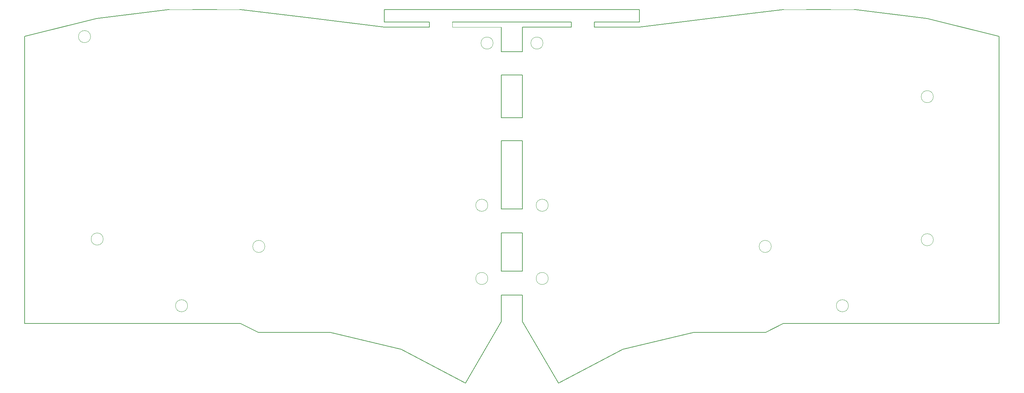
<source format=gbr>
%TF.GenerationSoftware,KiCad,Pcbnew,7.0.10*%
%TF.CreationDate,2024-09-26T01:16:30+09:00*%
%TF.ProjectId,keyboard_denchi,6b657962-6f61-4726-945f-64656e636869,rev?*%
%TF.SameCoordinates,Original*%
%TF.FileFunction,Profile,NP*%
%FSLAX46Y46*%
G04 Gerber Fmt 4.6, Leading zero omitted, Abs format (unit mm)*
G04 Created by KiCad (PCBNEW 7.0.10) date 2024-09-26 01:16:30*
%MOMM*%
%LPD*%
G01*
G04 APERTURE LIST*
%TA.AperFunction,Profile*%
%ADD10C,0.200000*%
%TD*%
%TA.AperFunction,Profile*%
%ADD11C,0.100000*%
%TD*%
G04 APERTURE END LIST*
D10*
X107061000Y-7272000D02*
X95123000Y-7272000D01*
D11*
X126111000Y-7272000D02*
X113157000Y-7272000D01*
D10*
X144653000Y-7272000D02*
X131699000Y-7272000D01*
X162687000Y-7272000D02*
X150749000Y-7272000D01*
X150749000Y-5875000D02*
X162687000Y-5875000D01*
X113157000Y-5875000D02*
X144653000Y-5875000D01*
X95123000Y-5875000D02*
X107061000Y-5875000D01*
X107061000Y-7272000D02*
X107061000Y-5875000D01*
D11*
X113157000Y-7272000D02*
X113157000Y-5875000D01*
D10*
X150749000Y-7272000D02*
X150749000Y-5875000D01*
X144653000Y-7272000D02*
X144653000Y-5875000D01*
X95123000Y-2700000D02*
X95123000Y-2573000D01*
X95123000Y-5875000D02*
X95123000Y-2700000D01*
X162687000Y-2573000D02*
X162687000Y-5875000D01*
X95123000Y-2573000D02*
X162687000Y-2573000D01*
D11*
X50800000Y-2573000D02*
X56769000Y-2573000D01*
X38227000Y-2573000D02*
X44323000Y-2573000D01*
X213360000Y-2573000D02*
X219456000Y-2573000D01*
X200914000Y-2573000D02*
X206883000Y-2573000D01*
D10*
X131699000Y-78392000D02*
X131699000Y-85377000D01*
X131699000Y-61882000D02*
X131699000Y-72042000D01*
X131699000Y-37371000D02*
X131699000Y-55532000D01*
X131699000Y-19972000D02*
X131699000Y-31275000D01*
X131699000Y-7272000D02*
X131699000Y-13749000D01*
X126111000Y-13749000D02*
X126111000Y-7272000D01*
X126111000Y-31275000D02*
X126111000Y-19972000D01*
X126111000Y-55532000D02*
X126111000Y-37371000D01*
X126111000Y-72042000D02*
X126111000Y-61882000D01*
X126111000Y-85377000D02*
X126111000Y-78392000D01*
X126111000Y-78392000D02*
X131699000Y-78392000D01*
X126111000Y-72042000D02*
X131699000Y-72042000D01*
X126111000Y-61882000D02*
X131699000Y-61882000D01*
X126111000Y-55532000D02*
X131699000Y-55532000D01*
X126111000Y-37371000D02*
X131699000Y-37371000D01*
X126111000Y-19972000D02*
X131699000Y-19972000D01*
X126111000Y-13749000D02*
X131699000Y-13749000D01*
X126111000Y-31275000D02*
X131699000Y-31275000D01*
X25400000Y-85885000D02*
X31496000Y-85885000D01*
X6350000Y-85885000D02*
X12446000Y-85885000D01*
X232537000Y-85885000D02*
X226441000Y-85885000D01*
X251460000Y-85885000D02*
X245364000Y-85885000D01*
D11*
X43008437Y-81186000D02*
G75*
G03*
X39795563Y-81186000I-1606437J0D01*
G01*
X39795563Y-81186000D02*
G75*
G03*
X43008437Y-81186000I1606437J0D01*
G01*
D10*
X18923000Y-4986000D02*
X37973000Y-2573000D01*
D11*
X240493437Y-63665500D02*
G75*
G03*
X237280563Y-63665500I-1606437J0D01*
G01*
X237280563Y-63665500D02*
G75*
G03*
X240493437Y-63665500I1606437J0D01*
G01*
D10*
X232537000Y-85885000D02*
X245364000Y-85885000D01*
X6350000Y-85885000D02*
X3429000Y-85885000D01*
X116586000Y-101760000D02*
X99568000Y-92743000D01*
X257937000Y-9685000D02*
X238887000Y-4986000D01*
X200787000Y-2573000D02*
X181737000Y-4859000D01*
D11*
X17309874Y-9754588D02*
G75*
G03*
X14097000Y-9754588I-1606437J0D01*
G01*
X14097000Y-9754588D02*
G75*
G03*
X17309874Y-9754588I1606437J0D01*
G01*
X218014437Y-81186000D02*
G75*
G03*
X214801563Y-81186000I-1606437J0D01*
G01*
X214801563Y-81186000D02*
G75*
G03*
X218014437Y-81186000I1606437J0D01*
G01*
D10*
X-127000Y-85885000D02*
X-127000Y-9685000D01*
X44323000Y-2573000D02*
X50800000Y-2573000D01*
X-127000Y-85885000D02*
X3429000Y-85885000D01*
X251460000Y-85885000D02*
X254381000Y-85885000D01*
X200787000Y-85885000D02*
X223393000Y-85885000D01*
X141224000Y-101760000D02*
X158242000Y-92743000D01*
D11*
X123907437Y-11463000D02*
G75*
G03*
X120694563Y-11463000I-1606437J0D01*
G01*
X120694563Y-11463000D02*
G75*
G03*
X123907437Y-11463000I1606437J0D01*
G01*
D10*
X12446000Y-85885000D02*
X25400000Y-85885000D01*
X57023000Y-85885000D02*
X61722000Y-88298000D01*
X126111000Y-85377000D02*
X116586000Y-101760000D01*
D11*
X138512437Y-73947000D02*
G75*
G03*
X135299563Y-73947000I-1606437J0D01*
G01*
X135299563Y-73947000D02*
G75*
G03*
X138512437Y-73947000I1606437J0D01*
G01*
D10*
X80772000Y-88298000D02*
X61722000Y-88298000D01*
X99568000Y-92743000D02*
X80772000Y-88298000D01*
X200787000Y-85885000D02*
X196088000Y-88298000D01*
X57023000Y-2573000D02*
X76073000Y-4859000D01*
X257937000Y-85885000D02*
X257937000Y-9685000D01*
D11*
X20656437Y-63475588D02*
G75*
G03*
X17443563Y-63475588I-1606437J0D01*
G01*
X17443563Y-63475588D02*
G75*
G03*
X20656437Y-63475588I1606437J0D01*
G01*
D10*
X206883000Y-2573000D02*
X213360000Y-2573000D01*
X34417000Y-85885000D02*
X31496000Y-85885000D01*
X181737000Y-4859000D02*
X162687000Y-7272000D01*
X57023000Y-85885000D02*
X34417000Y-85885000D01*
X200787000Y-2573000D02*
X200914000Y-2573000D01*
X37973000Y-2573000D02*
X38227000Y-2573000D01*
D11*
X138512437Y-54516000D02*
G75*
G03*
X135299563Y-54516000I-1606437J0D01*
G01*
X135299563Y-54516000D02*
G75*
G03*
X138512437Y-54516000I1606437J0D01*
G01*
D10*
X57023000Y-2573000D02*
X56769000Y-2573000D01*
X226441000Y-85885000D02*
X223393000Y-85885000D01*
D11*
X197567437Y-65438000D02*
G75*
G03*
X194354563Y-65438000I-1606437J0D01*
G01*
X194354563Y-65438000D02*
G75*
G03*
X197567437Y-65438000I1606437J0D01*
G01*
D10*
X177038000Y-88298000D02*
X196088000Y-88298000D01*
X131699000Y-85377000D02*
X141224000Y-101760000D01*
D11*
X63455437Y-65438000D02*
G75*
G03*
X60242563Y-65438000I-1606437J0D01*
G01*
X60242563Y-65438000D02*
G75*
G03*
X63455437Y-65438000I1606437J0D01*
G01*
D10*
X219837000Y-2573000D02*
X219456000Y-2573000D01*
X-127000Y-9685000D02*
X18923000Y-4986000D01*
X238887000Y-4986000D02*
X219837000Y-2573000D01*
X254381000Y-85885000D02*
X257937000Y-85885000D01*
D11*
X122510437Y-73947000D02*
G75*
G03*
X119297563Y-73947000I-1606437J0D01*
G01*
X119297563Y-73947000D02*
G75*
G03*
X122510437Y-73947000I1606437J0D01*
G01*
D10*
X76073000Y-4859000D02*
X95123000Y-7272000D01*
X158242000Y-92743000D02*
X177038000Y-88298000D01*
D11*
X240493437Y-25692500D02*
G75*
G03*
X237280563Y-25692500I-1606437J0D01*
G01*
X237280563Y-25692500D02*
G75*
G03*
X240493437Y-25692500I1606437J0D01*
G01*
X122510437Y-54516000D02*
G75*
G03*
X119297563Y-54516000I-1606437J0D01*
G01*
X119297563Y-54516000D02*
G75*
G03*
X122510437Y-54516000I1606437J0D01*
G01*
X137115437Y-11463000D02*
G75*
G03*
X133902563Y-11463000I-1606437J0D01*
G01*
X133902563Y-11463000D02*
G75*
G03*
X137115437Y-11463000I1606437J0D01*
G01*
M02*

</source>
